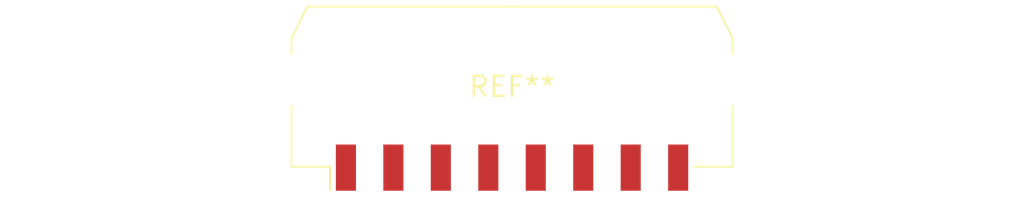
<source format=kicad_pcb>
(kicad_pcb (version 20240108) (generator pcbnew)
  (layers (0 "F.Cu" signal) (31 "B.Cu" signal) (34 "B.Paste" user) (35 "F.Paste" user) (36 "B.SilkS" user "B.Silkscreen") (37 "F.SilkS" user "F.Silkscreen") (38 "B.Mask" user) (39 "F.Mask" user) (44 "Edge.Cuts" user))
  (net 0 "")
  (footprint "Molex_Micro-Fit_3.0_43650-0810_1x08-1MP_P3.00mm_Horizontal" (layer "F.Cu") (at 0 0)
    (property "Reference" "REF**")
    (property "Value" "Molex_Micro-Fit_3.0_43650-0810_1x08-1MP_P3.00mm_Horizontal")
    (fp_line (start -13.935 -3.06) (end -13.935 -2.075) (layer "F.SilkS") (stroke (width 0.12)))
    (fp_line (start -13.935 1.225) (end -13.935 5.06) (layer "F.SilkS") (stroke (width 0.12)))
    (fp_line (start -13.935 5.06) (end -11.505 5.06) (layer "F.SilkS") (stroke (width 0.12)))
    (fp_line (start -12.935 -5.06) (end -13.935 -3.06) (layer "F.SilkS") (stroke (width 0.12)))
    (fp_line (start -11.505 5.06) (end -11.505 6.52) (layer "F.SilkS") (stroke (width 0.12)))
    (fp_line (start 0 -5.06) (end -12.935 -5.06) (layer "F.SilkS") (stroke (width 0.12)))
    (fp_line (start 0 -5.06) (end 12.935 -5.06) (layer "F.SilkS") (stroke (width 0.12)))
    (fp_line (start 12.935 -5.06) (end 13.935 -3.06) (layer "F.SilkS") (stroke (width 0.12)))
    (fp_line (start 13.935 -3.06) (end 13.935 -2.075) (layer "F.SilkS") (stroke (width 0.12)))
    (fp_line (start 13.935 1.225) (end 13.935 5.06) (layer "F.SilkS") (stroke (width 0.12)))
    (fp_line (start 13.935 5.06) (end 11.505 5.06) (layer "F.SilkS") (stroke (width 0.12)))
    (pad "1" smd rect (at -10.5 5.12) (size 1.27 2.92) (layers "F.Cu" "F.Paste" "F.Mask"))
    (pad "2" smd rect (at -7.5 5.12) (size 1.27 2.92) (layers "F.Cu" "F.Paste" "F.Mask"))
    (pad "3" smd rect (at -4.5 5.12) (size 1.27 2.92) (layers "F.Cu" "F.Paste" "F.Mask"))
    (pad "4" smd rect (at -1.5 5.12) (size 1.27 2.92) (layers "F.Cu" "F.Paste" "F.Mask"))
    (pad "5" smd rect (at 1.5 5.12) (size 1.27 2.92) (layers "F.Cu" "F.Paste" "F.Mask"))
    (pad "6" smd rect (at 4.5 5.12) (size 1.27 2.92) (layers "F.Cu" "F.Paste" "F.Mask"))
    (pad "7" smd rect (at 7.5 5.12) (size 1.27 2.92) (layers "F.Cu" "F.Paste" "F.Mask"))
    (pad "8" smd rect (at 10.5 5.12) (size 1.27 2.92) (layers "F.Cu" "F.Paste" "F.Mask"))
    (pad "MP" thru_hole circle (at -12.65 -0.35) (size 2.71 2.71) (drill 2.41) (layers *.Cu *.Mask) (remove_unused_layers))
    (pad "MP" thru_hole circle (at 12.65 -0.35) (size 2.71 2.71) (drill 2.41) (layers *.Cu *.Mask) (remove_unused_layers))
  )
)
</source>
